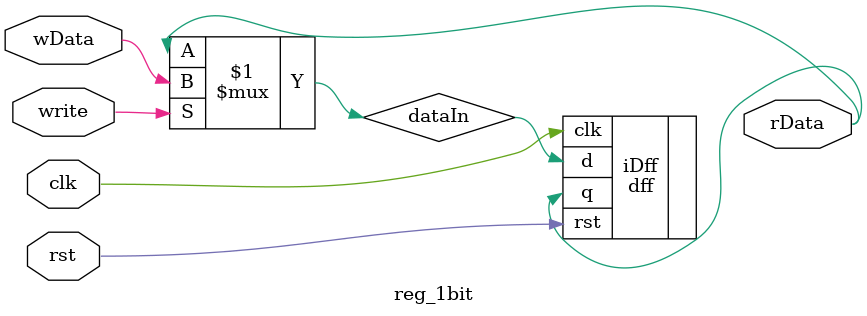
<source format=sv>
module reg_1bit(clk, rst, write, wData, rData);

    input clk, rst, write, wData;
    output rData;

    wire dataIn;

    dff iDff (.q(rData), .d(dataIn), .clk(clk), .rst(rst));

    assign dataIn = write ? wData : rData;
    
endmodule
</source>
